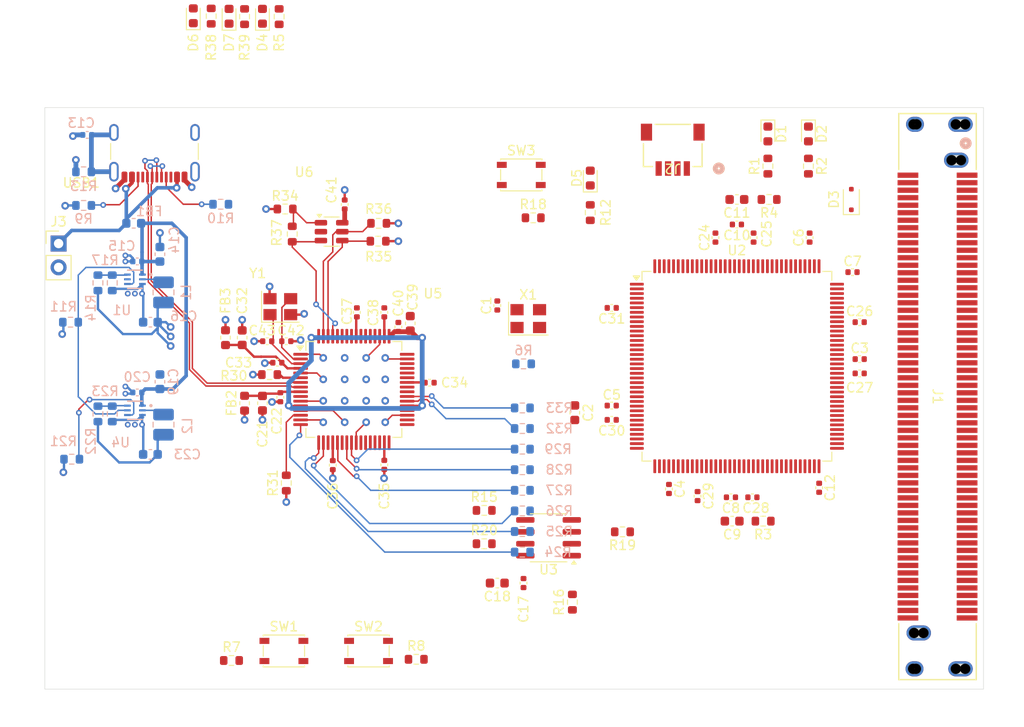
<source format=kicad_pcb>
(kicad_pcb (version 20240108) (generator "pcbnew") (generator_version "8.0")
  (layers (0 "F.Cu" signal) (1 "In1.Cu" power) (2 "In2.Cu" power) (31 "B.Cu" signal) (34 "B.Paste" user) (35 "F.Paste" user) (36 "B.SilkS" user "B.Silkscreen") (37 "F.SilkS" user "F.Silkscreen") (38 "B.Mask" user) (39 "F.Mask" user) (44 "Edge.Cuts" user))
  (net 0 "")
  (net 1 "/USB_DP")
  (net 2 "/USB_DN")
  (net 3 "+1V2")
  (net 4 "/IOT_216")
  (net 5 "+3V3")
  (net 6 "/IOT_215")
  (net 7 "/IOT_213")
  (net 8 "/IOT_181")
  (net 9 "/GNDPLL0")
  (net 10 "/ICE_CRESET")
  (net 11 "/IOT_217")
  (net 12 "/IOT_220")
  (net 13 "/IOT_219")
  (net 14 "GND")
  (net 15 "/IOT_171")
  (net 16 "/SPI_MOSI")
  (net 17 "/ICE_CDONE")
  (net 18 "/IOT_174")
  (net 19 "/IOT_190")
  (net 20 "/SPI_CLK")
  (net 21 "/GNDPLL1")
  (net 22 "/IOT_214")
  (net 23 "/IOT_198")
  (net 24 "/IOT_191")
  (net 25 "/FLASH_CS#")
  (net 26 "/IOT_179")
  (net 27 "/IOT_169")
  (net 28 "/IOT_192")
  (net 29 "/IOT_173")
  (net 30 "/IOT_221")
  (net 31 "/IOT_197")
  (net 32 "/IOT_172")
  (net 33 "/IOT_212")
  (net 34 "/IOT_178")
  (net 35 "/IOT_206")
  (net 36 "/SPI_MISO")
  (net 37 "/IOT_170")
  (net 38 "/IOT_168")
  (net 39 "/IOT_222")
  (net 40 "/IOT_177")
  (net 41 "/FT_VCORE")
  (net 42 "VBUS_5V")
  (net 43 "Net-(USB1-SHIELD)")
  (net 44 "Net-(USB1-CC2)")
  (net 45 "Net-(USB1-CC1)")
  (net 48 "Net-(D2-A)")
  (net 49 "Net-(U6-DO)")
  (net 50 "Net-(U5-VPLL)")
  (net 51 "Net-(U5-VPHY)")
  (net 52 "Net-(U5-OSCI)")
  (net 53 "Net-(U5-OSCO)")
  (net 54 "Net-(U1-SW)")
  (net 55 "Net-(U4-SW)")
  (net 56 "Net-(U1-PG)")
  (net 57 "Net-(U1-FB)")
  (net 58 "Net-(U4-PG)")
  (net 59 "Net-(U4-FB)")
  (net 60 "Net-(U5-ADBUS0)")
  (net 61 "Net-(U5-ADBUS1)")
  (net 62 "Net-(U5-ADBUS2)")
  (net 63 "Net-(U5-ADBUS4)")
  (net 64 "Net-(U5-ADBUS6)")
  (net 65 "Net-(U5-ADBUS7)")
  (net 66 "Net-(U5-REF)")
  (net 67 "Net-(U5-~{RESET})")
  (net 68 "Net-(U5-BDBUS0)")
  (net 69 "Net-(U5-BDBUS1)")
  (net 70 "Net-(U5-EECLK)")
  (net 71 "Net-(U5-EECS)")
  (net 72 "Net-(U5-EEDATA)")
  (net 100 "/IOR_139")
  (net 101 "/IOR_110")
  (net 102 "/IOR_116")
  (net 103 "/IOR_109")
  (net 104 "/IOR_118")
  (net 105 "/IOR_128")
  (net 106 "/IOR_120")
  (net 107 "/IOR_114")
  (net 108 "/IOR_117")
  (net 109 "/IOR_119")
  (net 110 "/IOR_112")
  (net 111 "/IOR_111")
  (net 112 "/IOR_136")
  (net 113 "/IOR_115")
  (net 114 "/IOR_137")
  (net 115 "/IOR_138")
  (net 116 "/IOL_13B")
  (net 117 "/IOB_61")
  (net 118 "/IOL_17A")
  (net 119 "/IOL_3B")
  (net 120 "/IOB_56")
  (net 121 "/IOL_23B")
  (net 122 "/IOL_25B")
  (net 123 "/IOB_82")
  (net 124 "/IOL_2A")
  (net 125 "/IOL_17B")
  (net 126 "/IOB_95")
  (net 127 "/IOB_81")
  (net 128 "/IOB_71")
  (net 129 "/IOR_144")
  (net 130 "/IOL_3A")
  (net 131 "/IOL_10A")
  (net 132 "/IOR_164")
  (net 133 "/IOL_25A")
  (net 134 "/IOR_167")
  (net 135 "/IOL_4B")
  (net 136 "/IOL_8B")
  (net 137 "/IOB_73")
  (net 138 "/IOR_141")
  (net 139 "/IOB_94")
  (net 140 "/IOB_72")
  (net 141 "/IOL_10B")
  (net 142 "/IOL_18B")
  (net 143 "/IOB_63")
  (net 144 "/IOB_91")
  (net 145 "/IOB_96")
  (net 146 "/IOL_4A")
  (net 147 "/IOR_147")
  (net 148 "/IOL_12A")
  (net 149 "/IOR_165")
  (net 150 "/IOL_24A")
  (net 151 "/IOL_2B")
  (net 152 "/IOB_80")
  (net 153 "/IOB_57")
  (net 154 "/IOR_146")
  (net 155 "/IOB_79")
  (net 156 "/IOL_12B")
  (net 157 "/IOL_14B")
  (net 158 "/IOL_8A")
  (net 159 "/IOB_104")
  (net 160 "/IOR_148")
  (net 161 "/IOR_152")
  (net 162 "/IOB_103")
  (net 163 "/IOR_140")
  (net 164 "/IOB_102")
  (net 165 "/IOL_5A")
  (net 166 "/IOR_166")
  (net 167 "/IOL_5B")
  (net 168 "/IOL_24B")
  (net 169 "/IOB_64")
  (net 170 "/IOR_160")
  (net 171 "/IOL_14A")
  (net 172 "/IOL_13A")
  (net 173 "/IOR_161")
  (net 174 "/IOL_23A")
  (net 175 "/IOL_18A")
  (net 176 "Net-(D3-K)")
  (net 177 "Net-(U2E-VCCPLL0)")
  (net 178 "Net-(U2E-VCCPLL1)")
  (net 179 "Net-(D1-A)")
  (net 180 "Net-(D4-A)")
  (net 181 "Net-(U3-~{WP})")
  (net 182 "Net-(U3-~{HOLD})")
  (net 191 "Net-(D6-A)")
  (net 192 "Net-(D7-A)")
  (net 193 "Net-(X1-OE)")
  (net 194 "/U5V")
  (footprint "Package_SO:SOIC-8_3.9x4.9mm_P1.27mm" (layer "F.Cu") (at 96.012 76.581 180)
    (property "Reference" "U3")
    (property "Value" "W25X40CLSN")
  )
  (footprint "Capacitor_SMD:C_0402_1005Metric" (layer "F.Cu") (at 68.072 55.626)
    (property "Reference" "C42")
    (property "Value" "27pf")
  )
  (footprint "Capacitor_SMD:C_0603_1608Metric" (layer "F.Cu") (at 63.373 55.245 90)
    (property "Reference" "C32")
    (property "Value" "22uf")
  )
  (footprint "Resistor_SMD:R_0603_1608Metric" (layer "F.Cu") (at 103.886 75.946 180)
    (property "Reference" "R19")
    (property "Value" "10k")
  )
  (footprint "Resistor_SMD:R_0603_1608Metric" (layer "F.Cu") (at 66.294 59.182)
    (property "Reference" "R30")
    (property "Value" "12k")
  )
  (footprint "Resistor_SMD:R_0603_1608Metric" (layer "F.Cu") (at 60.071 20.967 90)
    (property "Reference" "R38")
    (property "Value" "2.2k")
  )
  (footprint "Diode_SMD:D_0603_1608Metric" (layer "F.Cu") (at 100.457 38.227 90)
    (property "Reference" "D5")
    (property "Value" "Green")
  )
  (footprint "Capacitor_SMD:C_0402_1005Metric" (layer "F.Cu") (at 102.743 64.008 180)
    (property "Reference" "C30")
    (property "Value" "0.1uf")
  )
  (footprint "Button_Switch_SMD:SW_SPST_PTS810" (layer "F.Cu") (at 67.818 88.646)
    (property "Reference" "SW1")
    (property "Value" "USR1")
  )
  (footprint "Button_Switch_SMD:SW_SPST_PTS810" (layer "F.Cu") (at 76.835 88.646)
    (property "Reference" "SW2")
    (property "Value" "USR1")
  )
  (footprint "Capacitor_SMD:C_0402_1005Metric" (layer "F.Cu") (at 78.513 52.55 90)
    (property "Reference" "C38")
    (property "Value" "0.1uf")
  )
  (footprint "Resistor_SMD:R_0603_1608Metric" (layer "F.Cu") (at 89.154 77.216)
    (property "Reference" "R20")
    (property "Value" "10k")
  )
  (footprint "Resistor_SMD:R_0603_1608Metric" (layer "F.Cu") (at 67.945 41.529)
    (property "Reference" "R34")
    (property "Value" "10k")
  )
  (footprint "Resistor_SMD:R_0603_1608Metric" (layer "F.Cu") (at 68.707 44.196 -90)
    (property "Reference" "R37")
    (property "Value" "2.2k")
  )
  (footprint "Capacitor_SMD:C_0402_1005Metric" (layer "F.Cu") (at 102.743 62.484 180)
    (property "Reference" "C5")
    (property "Value" "0.1uf")
  )
  (footprint "Capacitor_SMD:C_0402_1005Metric" (layer "F.Cu") (at 129.159 59.055)
    (property "Reference" "C27")
    (property "Value" "0.1uf")
  )
  (footprint "Inductor_SMD:L_0603_1608Metric" (layer "F.Cu") (at 63.627 62.23 90)
    (property "Reference" "FB2")
    (property "Value" "600ohm/500ma")
  )
  (footprint "Diode_SMD:D_SOD-323F" (layer "F.Cu") (at 128.27 40.513 90)
    (property "Reference" "D3")
    (property "Value" "1N4448WSF-7")
  )
  (footprint "Resistor_SMD:R_0603_1608Metric" (layer "F.Cu") (at 89.154 73.66)
    (property "Reference" "R15")
    (property "Value" "10k")
  )
  (footprint "Capacitor_SMD:C_0603_1608Metric" (layer "F.Cu") (at 116.078 40.513 180)
    (property "Reference" "C11")
    (property "Value" "22uf")
  )
  (footprint "Diode_SMD:D_0603_1608Metric" (layer "F.Cu") (at 119.38 33.528 -90)
    (property "Reference" "D1")
    (property "Value" "Blue")
  )
  (footprint "Capacitor_SMD:C_0402_1005Metric" (layer "F.Cu") (at 111.887 72.136 -90)
    (property "Reference" "C29")
    (property "Value" "0.1uf")
  )
  (footprint "Capacitor_SMD:C_0603_1608Metric" (layer "F.Cu") (at 98.806 63.246 -90)
    (property "Reference" "C2")
    (property "Value" "22uf")
  )
  (footprint "Capacitor_SMD:C_0402_1005Metric" (layer "F.Cu") (at 83.339 60.043)
    (property "Reference" "C34")
    (property "Value" "0.1uf")
  )
  (footprint "Capacitor_SMD:C_0402_1005Metric" (layer "F.Cu") (at 124.841 71.247 -90)
    (property "Reference" "C12")
    (property "Value" "0.1uf")
  )
  (footprint "Resistor_SMD:R_0603_1608Metric" (layer "F.Cu") (at 68.072 70.739 90)
    (property "Reference" "R31")
    (property "Value" "2.2k")
  )
  (footprint "Capacitor_SMD:C_0603_1608Metric" (layer "F.Cu") (at 90.551 81.407 180)
    (property "Reference" "C18")
    (property "Value" "22uf")
  )
  (footprint "Capacitor_SMD:C_0402_1005Metric" (layer "F.Cu") (at 102.743 52.07 180)
    (property "Reference" "C31")
    (property "Value" "0.1uf")
  )
  (footprint "Resistor_SMD:R_0603_1608Metric" (layer "F.Cu") (at 77.915 43.053 180)
    (property "Reference" "R36")
    (property "Value" "10k")
  )
  (footprint "Resistor_SMD:R_0603_1608Metric" (layer "F.Cu") (at 94.3742 42.4688)
    (property "Reference" "R18")
    (property "Value" "10k")
  )
  (footprint "Resistor_SMD:R_0603_1608Metric" (layer "F.Cu") (at 119.507 40.513 180)
    (property "Reference" "R4")
    (property "Value" "100")
  )
  (footprint "Capacitor_SMD:C_0402_1005Metric" (layer "F.Cu") (at 67.116 57.912 180)
    (property "Reference" "C33")
    (property "Value" "0.1uf")
  )
  (footprint "Resistor_SMD:R_0603_1608Metric" (layer "F.Cu") (at 118.872 74.803 180)
    (property "Reference" "R3")
    (property "Value" "100")
  )
  (footprint "Capacitor_SMD:C_0402_1005Metric" (layer "F.Cu") (at 116.078 43.18 180)
    (property "Reference" "C10")
    (property "Value" "0.1uf")
  )
  (footprint "Capacitor_SMD:C_0603_1608Metric" (layer "F.Cu") (at 81.28 53.721 90)
    (property "Reference" "C39")
    (property "Value" "22uf")
  )
  (footprint "Capacitor_SMD:C_0402_1005Metric" (layer "F.Cu") (at 115.443 72.263 180)
    (property "Reference" "C8")
    (property "Value" "0.1uf")
  )
  (footprint "Capacitor_SMD:C_0402_1005Metric" (layer "F.Cu") (at 80.01 54.102 90)
    (property "Reference" "C40")
    (property "Value" "0.1uf")
  )
  (footprint "Diode_SMD:D_0603_1608Metric" (layer "F.Cu") (at 123.698 33.528 -90)
    (property "Reference" "D2")
    (property "Value" "Blue")
  )
  (footprint "Resistor_SMD:R_0603_1608Metric" (layer "F.Cu") (at 62.23 89.662)
    (property "Reference" "R7")
    (property "Value" "10k")
  )
  (footprint "Capacitor_SMD:C_0402_1005Metric" (layer "F.Cu") (at 128.397 48.26)
    (property "Reference" "C7")
    (property "Value" "0.1uf")
  )
  (footprint "Package_QFP:LQFP-64_10x10mm_P0.5mm" (layer "F.Cu") (at 75.271 60.765)
    (property "Reference" "U5")
    (property "Value" "FT2232HL")
  )
  (footprint "Capacitor_SMD:C_0402_1005Metric" (layer "F.Cu") (at 73.025 68.834 -90)
    (property "Reference" "C36")
    (property "Value" "0.1uf")
  )
  (footprint "Resistor_SMD:R_0603_1608Metric" (layer "F.Cu") (at 119.38 36.957 90)
    (property "Reference" "R1")
    (property "Value" "2.2k")
  )
  (footprint "Resistor_SMD:R_0603_1608Metric" (layer "F.Cu") (at 123.698 36.957 -90)
    (property "Reference" "R2")
    (property "Value" "2.2k")
  )
  (footprint "Oscillator:Oscillator_SMD_SeikoEpson_SG8002CE-4Pin_3.2x2.5mm" (layer "F.Cu") (at 93.853 53.213)
    (property "Reference" "X1")
    (property "Value" "SG-8101CE 100Mhz")
  )
  (footprint "Inductor_SMD:L_0603_1608Metric" (layer "F.Cu") (at 61.595 55.245 -90)
    (property "Reference" "FB3")
    (property "Value" "600ohm/500ma")
  )
  (footprint "Package_TO_SOT_SMD:SOT-23-6" (layer "F.Cu") (at 72.898 43.942)
    (property "Reference" "U6")
    (property "Value" "93LCxxBxxOT")
  )
  (footprint "Resistor_SMD:R_0603_1608Metric" (layer "F.Cu") (at 63.627 21.018 90)
    (property "Reference" "R39")
    (property "Value" "2.2k")
  )
  (footprint "Resistor_SMD:R_0603_1608Metric" (layer "F.Cu") (at 67.31 21.018 90)
    (property "Reference" "R5")
    (property "Value" "2.2k")
  )
  (footprint "Button_Switch_SMD:SW_SPST_PTS810" (layer "F.Cu") (at 93.1042 37.8968)
    (property "Reference" "SW3")
    (property "Value" "RESET")
  )
  (footprint "Resistor_SMD:R_0603_1608Metric" (layer "F.Cu") (at 98.552 83.439 90)
    (property "Reference" "R16")
    (property "Value" "10k")
  )
  (footprint "Capacitor_SMD:C_0603_1608Metric" (layer "F.Cu") (at 65.532 62.23 -90)
    (property "Reference" "C21")
    (property "Value" "22uf")
  )
  (footprint "Package_QFP:TQFP-144_20x20mm_P0.5mm" (layer "F.Cu") (at 116.078 58.293)
    (property "Reference" "U2")
    (property "Value" "ICE40HX4K-TQ144")
  )
  (footprint "Capacitor_SMD:C_0402_1005Metric" (layer "F.Cu") (at 75.592 52.55 90)
    (property "Reference" "C37")
    (property "Value" "0.1uf")
  )
  (footprint "Capacitor_SMD:C_0402_1005Metric" (layer "F.Cu") (at 74.295 41.049 90)
    (property "Reference" "C41")
    (property "Value" "0.1uf")
  )
  (footprint "Capacitor_SMD:C_0402_1005Metric" (layer "F.Cu") (at 129.159 53.594)
    (property "Reference" "C26")
    (property "Value" "0.1uf")
  )
  (footprint "Resistor_SMD:R_0603_1608Metric" (layer "F.Cu") (at 100.457 41.91 90)
    (property "Reference" "R12")
    (property "Value" "2.2k")
  )
  (footprint "Capacitor_SMD:C_0402_1005Metric" (layer "F.Cu") (at 78.513 68.806 -90)
    (property "Reference" "C35")
    (property "Value" "0.1uf")
  )
  (footprint "SM04B-SRSS-TB-LF-SN:CONN_SM04B_JST" (layer "F.Cu") (at 110.744 37.211 180)
    (property "Reference" "J2")
    (property "Value" "SM04B-SRSS-TBLFSN")
  )
  (footprint "Connector_PinHeader_2.54mm:PinHeader_1x02_P2.54mm_Vertical" (layer "F.Cu") (at 43.815 45.212)
    (property "Reference" "J3")
    (property "Value" "Conn_01x02_Pin")
  )
  (footprint "Capacitor_SMD:C_0402_1005Metric" (layer "F.Cu") (at 90.551 51.816 90)
    (property "Reference" "C1")
    (property "Value" "0.1uf")
  )
  (footprint "Resistor_SMD:R_0603_1608Metric" (layer "F.Cu") (at 77.851 44.958 180)
    (property "Reference" "R35")
    (property "Value" "10k")
  )
  (footprint "Connector_USB:USB_C_Receptacle_GCT_USB4105-xx-A_16P_TopMnt_Horizontal" (layer "F.Cu") (at 54.029 34.446 180)
    (property "Reference" "USB1")
    (property "Value" "USB_C_Receptacle_USB2.0_16P")
  )
  (footprint "Diode_SMD:D_0603_1608Metric" (layer "F.Cu") (at 65.532 20.9805 90)
    (property "Reference" "D4")
    (property "Value" "Red")
  )
  (footprint "Crystal:Crystal_SMD_3225-4Pin_3.2x2.5mm" (layer "F.Cu") (at 67.437 51.943)
    (property "Reference" "Y1")
    (property "Value" "12Mhz/18pf")
  )
  (footprint "Capacitor_SMD:C_0402_1005Metric" (layer "F.Cu") (at 117.856 44.577 90)
    (property "Reference" "C25")
    (property "Value" "0.1uf")
  )
  (footprint "Capacitor_SMD:C_0402_1005Metric" (layer "F.Cu") (at 123.825 44.577 90)
    (property "Reference" "C6")
    (property "Value" "0.1uf")
  )
  (footprint "Capacitor_SMD:C_0402_1005Metric" (layer "F.Cu") (at 66.04 55.626 180)
    (property "Reference" "C43")
    (property "Value" "27pf")
  )
  (footprint "Capacitor_SMD:C_0402_1005Metric" (layer "F.Cu") (at 117.729 72.263)
    (property "Reference" "C28")
    (property "Value" "0.1uf")
  )
  (footprint "Capacitor_SMD:C_0402_1005Metric" (layer "F.Cu") (at 67.437 61.595 -90)
    (property "Reference" "C22")
    (property "Value" "0.1uf")
  )
  (footprint "Capacitor_SMD:C_0402_1005Metric" (layer "F.Cu") (at 93.345 81.407 -90)
    (property "Reference" "C17")
    (property "Value" "0.1uf")
  )
  (footprint "Capacitor_SMD:C_0402_1005Metric" (layer "F.Cu") (at 113.792 44.577 90)
    (property "Reference" "C24")
    (property "Value" "0.1uf")
  )
  (footprint "Capacitor_SMD:C_0603_1608Metric" (layer "F.Cu") (at 115.57 74.803 180)
    (property "Reference" "C9")
    (property "Value" "22uf")
  )
  (footprint "Diode_SMD:D_0603_1608Metric" (layer "F.Cu") (at 61.976 20.9805 90)
    (property "Reference" "D7")
    (property "Value" "Red")
  )
  (footprint "Diode_SMD:D_0603_1608Metric" (layer "F.Cu") (at 58.166 20.9295 90)
    (property "Reference" "D6")
    (property "Value" "Red")
  )
  (footprint "FX18-120S-0-8SV20:CONN_120S-0.8SV20" (layer "F.Cu") (at 137.45 61.524999 -90)
    (property "Reference" "J1")
    (property "Value" "FX18-120S-0.8SV20")
    (fp_line (start 29.024999 2.6) (end 29.024999 2.3) (stroke (width 1.1)) (layer "Edge.Cuts"))
    (fp_line (start -29.025001 2.55) (end -29.025001 2.25) (stroke (width 1.1)) (layer "Edge.Cuts"))
    (fp_line (start 25.200001 2.500001) (end 25.200001 1.500001) (stroke (width 1.1)) (layer "Edge.Cuts"))
    (fp_line (start -25.2 -1.500001) (end -25.2 -2.500001) (stroke (width 1.1)) (layer "Edge.Cuts"))
    (fp_line (start -29.025001 -1.95) (end -29.025001 -2.95) (stroke (width 1.1)) (layer "Edge.Cuts"))
    (fp_line (start 29.024999 -1.95) (end 29.024999 -2.95) (stroke (width 1.1)) (layer "Edge.Cuts"))
  )
  (footprint "Capacitor_SMD:C_0402_1005Metric" (layer "F.Cu") (at 108.839 71.374 -90)
    (property "Reference" "C4")
    (property "Value" "0.1uf")
  )
  (footprint "Resistor_SMD:R_0603_1608Metric" (layer "F.Cu") (at 81.915 89.535)
    (property "Reference" "R8")
    (property "Value" "10k")
  )
  (footprint "Capacitor_SMD:C_0402_1005Metric" (layer "F.Cu") (at 129.159 57.531)
    (property "Reference" "C3")
    (property "Value" "0.1uf")
  )
  (footprint "Resistor_SMD:R_0603_1608Metric" (layer "B.Cu") (at 93.345 58.039 180)
    (property "Reference" "R6")
    (property "Value" "0")
  )
  (footprint "Capacitor_SMD:C_0402_1005Metric" (layer "B.Cu") (at 46.863 33.6285)
    (property "Reference" "C13")
    (property "Value" "0.1uf")
  )
  (footprint "Resistor_SMD:R_0603_1608Metric" (layer "B.Cu") (at 93.218 75.90971)
    (property "Reference" "R25")
    (property "Value" "0")
  )
  (footprint "Resistor_SMD:R_0603_1608Metric" (layer "B.Cu") (at 49.53 63.373 90)
    (property "Reference" "R23")
    (property "Value" "10k")
  )
  (footprint "Capacitor_SMD:C_0402_1005Metric" (layer "B.Cu") (at 52.197 47.117 180)
    (property "Reference" "C15")
    (property "Value" "0.1uf")
  )
  (footprint "Resistor_SMD:R_0603_1608Metric" (layer "B.Cu") (at 49.53 49.403 90)
    (property "Reference" "R17")
    (property "Value" "10k")
  )
  (footprint "Resistor_SMD:R_0603_1608Metric" (layer "B.Cu") (at 93.218 71.51914)
    (property "Reference" "R27")
    (property "Value" "0")
  )
  (footprint "Capacitor_SMD:C_0603_1608Metric" (layer "B.Cu") (at 53.594 67.691 180)
    (property "Reference" "C23")
    (property "Value" "22uf")
  )
  (footprint "Capacitor_SMD:C_0603_1608Metric" (layer "B.Cu") (at 54.61 59.944 90)
    (property "Reference" "C19")
    (property "Value" "22uf")
  )
  (footprint "Resistor_SMD:R_0603_1608Metric" (layer "B.Cu") (at 93.218 73.714425)
    (property "Reference" "R26")
    (property "Value" "0")
  )
  (footprint "PS563252DRLR:SOT6_DRL_TEX" (layer "B.Cu") (at 51.943 49.022 180)
    (property "Reference" "U1")
    (property "Value" "TPS563252DRLR")
  )
  (footprint "Resistor_SMD:R_0603_1608Metric" (layer "B.Cu") (at 46.482 37.5655 180)
    (property "Reference" "R13")
    (property "Value" "10M")
  )
  (footprint "PS563252DRLR:SOT6_DRL_TEX" (layer "B.Cu") (at 51.943 62.992 180)
    (property "Reference" "U4")
    (property "Value" "TPS563252DRLR")
  )
  (footprint "Inductor_SMD:L_1008_2520Metric" (layer "B.Cu") (at 54.991 64.516 -90)
    (property "Reference" "L2")
    (property "Value" "2.2uH")
  )
  (footprint "Resistor_SMD:R_0603_1608Metric" (layer "B.Cu") (at 45.085 53.594)
    (property "Reference" "R11")
    (property "Value" "10k")
  )
  (footprint "Resistor_SMD:R_0603_1608Metric" (layer "B.Cu") (at 45.212 68.199)
    (property "Reference" "R21")
    (property "Value" "10k")
  )
  (footprint "Resistor_SMD:R_0603_1608Metric" (layer "B.Cu") (at 48.006 63.373 -90)
    (property "Reference" "R22")
    (property "Value" "10k")
  )
  (footprint "Resistor_SMD:R_0603_1608Metric" (layer "B.Cu") (at 93.218 69.323855)
    (property "Reference" "R28")
    (property "Value" "0")
  )
  (footprint "Resistor_SMD:R_0603_1608Metric" (layer "B.Cu") (at 46.482 41.148)
    (property "Reference" "R9")
    (property "Value" "5.1k")
  )
  (footprint "Capacitor_SMD:C_0603_1608Metric" (layer "B.Cu") (at 53.594 53.594 180)
    (property "Reference" "C16")
    (property "Value" "22uf")
  )
  (footprint "Resistor_SMD:R_0603_1608Metric" (layer "B.Cu") (at 93.218 78.105)
    (property "Reference" "R24")
    (property "Value" "0")
  )
  (footprint "Inductor_SMD:L_1008_2520Metric" (layer "B.Cu") (at 54.991 50.419 -90)
    (property "Reference" "L1")
    (property "Value" "2.2uH")
  )
  (footprint "Resistor_SMD:R_0603_1608Metric" (layer "B.Cu") (at 93.218 67.12857)
    (property "Reference" "R29")
    (property "Value" "0")
  )
  (footprint "Resistor_SMD:R_0603_1608Metric" (layer "B.Cu") (at 93.218 64.933285)
    (property "Reference" "R32")
    (property "Value" "0")
  )
  (footprint "Resistor_SMD:R_0603_1608Metric" (layer "B.Cu") (at 48.006 49.403 -90)
    (property "Reference" "R14")
    (property "Value" "45.3k")
  )
  (footprint "Inductor_SMD:L_0603_1608Metric" (layer "B.Cu") (at 51.816 43.053)
    (property "Reference" "FB1")
    (property "Value" "600ohm/500ma")
  )
  (footprint "Resistor_SMD:R_0603_1608Metric" (layer "B.Cu") (at 93.218 62.738)
    (property "Reference" "R33")
    (property "Value" "0")
  )
  (footprint "Resistor_SMD:R_0603_1608Metric" (layer "B.Cu") (at 61.087 41.021 180)
    (property "Reference" "R10")
    (property "Value" "5.1k")
  )
  (footprint "Capacitor_SMD:C_0603_1608Metric" (layer "B.Cu") (at 54.61 46.355 90)
    (property "Reference" "C14")
    (property "Value" "22uf")
  )
  (footprint "Capacitor_SMD:C_0402_1005Metric" (layer "B.Cu") (at 52.197 61.087 180)
    (property "Reference" "C20")
    (property "Value" "0.1uf")
  )
  (gr_rect (start 42.35 30.715101) (end 142.35 92.715101) (stroke (width 0.05)) (fill none) (layer "Edge.Cuts"))
  (segment (start 53.374893 49.310893) (end 57.757893 53.693893) (width 0.155814) (layer "F.Cu") (net 1))
  (segment (start 53.279 37.462679) (end 53.279 38.126) (width 0.155814) (layer "F.Cu") (net 1))
  (segment (start 57.757893 58.646893) (end 59.513907 60.402907) (width 0.155814) (layer "F.Cu") (net 1))
  (segment (start 53.279 38.126) (end 53.279 38.801) (width 0.155814) (layer "F.Cu") (net 1))
  (segment (start 54.279 36.372) (end 54.229 36.322) (width 0.155814) (layer "F.Cu") (net 1))
  (segment (start 54.279 38.126) (end 54.279 36.372) (width 0.155814) (layer "F.Cu") (net 1))
  (segment (start 59.513907 60.402907) (end 68.58 60.402907) (width 0.155814) (layer "F.Cu") (net 1))
  (segment (start 53.023222 36.386222) (end 53.023222 36.707099) (width 0.155814) (layer "F.Cu") (net 1))
  (segment (start 53.013693 37.197372) (end 53.279 37.462679) (width 0.155814) (layer "F.Cu") (net 1))
  (segment (start 68.692093 60.515) (end 69.596 60.515) (width 0.155814) (layer "F.Cu") (net 1))
  (segment (start 53.279 38.801) (end 53.374893 38.896893) (width 0.155814) (layer "F.Cu") (net 1))
  (segment (start 68.58 60.402907) (end 68.692093 60.515) (width 0.155814) (layer "F.Cu") (net 1))
  (segment (start 53.023222 36.707099) (end 53.013693 36.716628) (width 0.155814) (layer "F.Cu") (net 1))
  (segment (start 53.374893 38.896893) (end 53.374893 49.310893) (width 0.155814) (layer "F.Cu") (net 1))
  (segment (start 53.279 38.2422) (end 53.2892 38.2524) (width 0.155814) (layer "F.Cu") (net 1))
  (segment (start 57.757893 53.693893) (end 57.757893 58.646893) (width 0.155814) (layer "F.Cu") (net 1))
  (segment (start 53.013693 36.716628) (end 53.013693 37.197372) (width 0.155814) (layer "F.Cu") (net 1))
  (segment (start 53.279 38.126) (end 53.279 38.2422) (width 0.155814) (layer "F.Cu") (net 1))
  (via (at 53.023222 36.386222) (size 0.6096) (drill 0.3048) (layers "F.Cu" "B.Cu") (net 1))
  (via (at 54.229 36.322) (size 0.6096) (drill 0.3048) (layers "F.Cu" "B.Cu") (net 1))
  (segment (start 53.023222 36.386222) (end 53.087444 36.322) (width 0.155814) (layer "B.Cu") (net 1))
  (segment (start 53.087444 36.322) (end 54.229 36.322) (width 0.155814) (layer "B.Cu") (net 1))
  (segment (start 53.779 38.126) (end 53.779 38.804) (width 0.155814) (layer "F.Cu") (net 2))
  (segment (start 54.864 36.957) (end 54.779 37.042) (width 0.155814) (layer "F.Cu") (net 2))
  (segment (start 53.594 36.957) (end 53.779 37.142) (width 0.155814) (layer "F.Cu") (net 2))
  (segment (start 68.659693 60.015) (end 69.596 60.015) (width 0.155814) (layer "F.Cu") (net 2))
  (segment (start 58.066107 53.566227) (end 58.066107 58.519227) (width 0.155814) (layer "F.Cu") (net 2))
  (segment (start 53.779 37.142) (end 53.779 38.126) (width 0.155814) (layer "F.Cu") (net 2))
  (segment (start 68.58 60.094693) (end 68.659693 60.015) (width 0.155814) (layer "F.Cu") (net 2))
  (segment (start 54.779 37.042) (end 54.779 38.126) (width 0.155814) (layer "F.Cu") (net 2))
  (segment (start 59.641573 60.094693) (end 68.58 60.094693) (width 0.155814) (layer "F.Cu") (net 2))
  (segment (start 53.779 38.804) (end 53.683107 38.899893) (width 0.155814) (layer "F.Cu") (net 2))
  (segment (start 53.683107 38.899893) (end 53.683107 49.183227) (width 0.155814) (layer "F.Cu") (net 2))
  (segment (start 58.066107 58.519227) (end 59.641573 60.094693) (width 0.155814) (layer "F.Cu") (net 2))
  (segment (start 53.683107 49.183227) (end 58.066107 53.566227) (width 0.155814) (layer "F.Cu") (net 2))
  (via (at 54.864 36.957) (size 0.6096) (drill 0.3048) (layers "F.Cu" "B.Cu") (net 2))
  (via (at 53.594 36.957) (size 0.6096) (drill 0.3048) (layers "F.Cu" "B.Cu") (net 2))
  (segment (start 53.594 36.957) (end 54.864 36.957) (width 0.155814) (layer "B.Cu") (net 2))
  (via (at 44.323 69.596) (size 0.8128) (drill 0.4064) (layers "F.Cu" "B.Cu") (net 3))
  (segment (start 54.369 67.691) (end 54.369 66.213) (width 0.254) (layer "B.Cu") (net 3))
  (segment (start 50.259 68.547) (end 48.006 66.294) (width 0.254) (layer "B.Cu") (net 3))
  (segment (start 54.369 67.691) (end 53.513 68.547) (width 0.254) (layer "B.Cu") (net 3))
  (segment (start 48.006 66.294) (end 48.006 64.198) (width 0.254) (layer "B.Cu") (net 3))
  (segment (start 53.513 68.547) (end 50.259 68.547) (width 0.254) (layer "B.Cu") (net 3))
  (segment (start 54.369 66.213) (end 54.991 65.591) (width 0.254) (layer "B.Cu") (net 3))
  (segment (start 44.387 69.533) (end 44.45 69.596) (width 0.254) (layer "B.Cu") (net 3))
  (segment (start 44.387 68.199) (end 44.387 69.533) (width 0.254) (layer "B.Cu") (net 3))
  (segment (start 61.595 53.34) (end 61.595 54.4575) (width 0.254) (layer "F.Cu") (net 5))
  (segment (start 78.521 53.038) (end 78.513 53.03) (width 0.156464) (layer "F.Cu") (net 5))
  (segment (start 73.025 66.444) (end 73.021 66.44) (width 0.156464) (layer "F.Cu") (net 5))
  (segment (start 78.513 55.082) (end 78.521 55.09) (width 0.156464) (layer "F.Cu") (net 5))
  (segment (start 75.592 53.059) (end 75.565 53.086) (width 0.254) (layer "F.Cu") (net 5))
  (segment (start 73.025 68.354) (end 73.025 66.444) (width 0.254) (layer "F.Cu") (net 5))
  (segment (start 75.592 53.03) (end 75.592 53.059) (width 0.254) (layer "F.Cu") (net 5))
  (segment (start 65.913 41.529) (end 67.12 41.529) (width 0.254) (layer "F.Cu") (net 5))
  (segment (start 68.072 71.564) (end 68.072 73.025) (width 0.254) (layer "F.Cu") (net 5))
  (segment (start 78.513 68.326) (end 78.513 66.448) (width 0.254) (layer "F.Cu") (net 5))
  (segment (start 63.627 64.008) (end 63.627 63.0175) (width 0.254) (layer "F.Cu") (net 5))
  (segment (start 82.831 60.015) (end 80.946 60.015) (width 0.254) (layer "F.Cu") (net 5))
  (segment (start 82.859 60.043) (end 82.831 60.015) (width 0.156464) (layer "F.Cu") (net 5))
  (segment (start 78.513 53.03) (end 78.513 55.082) (width 0.254) (layer "F.Cu") (net 5))
  (segment (start 78.676 44.958) (end 80.01 44.958) (width 0.254) (layer "F.Cu") (net 5))
  (segment (start 78.513 66.448) (end 78.521 66.44) (width 0.156464) (layer "F.Cu") (net 5))
  (segment (start 74.295 41.529) (end 74.295 42.7325) (width 0.508) (layer "F.Cu") (net 5))
  (segment (start 75.521 53.101) (end 75.592 53.03) (width 0.156464) (layer "F.Cu") (net 5))
  (segment (start 78.74 43.053) (end 80.01 43.053) (width 0.254) (layer "F.Cu") (net 5))
  (segment (start 74.295 42.7325) (end 74.0355 42.992) (width 0.254) (layer "F.Cu") (net 5))
  (segment (start 75.521 55.09) (end 75.521 53.101) (width 0.254) (layer "F.Cu") (net 5))
  (via (at 55.753 55.118) (size 0.8128) (drill 0.4064) (layers "F.Cu" "B.Cu") (net 5))
  (via (at 65.913 41.529) (size 0.8128) (drill 0.4064) (layers "F.Cu" "B.Cu") (net 5))
  (via (at 61.595 53.34) (size 0.8128) (drill 0.4064) (layers "F.Cu" "B.Cu") (net 5))
  (via (at 55.753 54.102) (size 0.8128) (drill 0.4064) (layers "F.Cu" "B.Cu") (net 5))
  (via (at 68.072 72.771) (size 0.8128) (drill 0.4064) (layers "F.Cu" "B.Cu") (net 5))
  (via (at 44.196 54.864) (size 0.8128) (drill 0.4064) (layers "F.Cu" "B.Cu") (net 5))
  (via (at 80.01 44.958) (size 0.8128) (drill 0.4064) (layers "F.Cu" "B.Cu") (net 5))
  (via (at 80.01 43.053) (size 0.8128) (drill 0.4064) (layers "F.Cu" "B.Cu") (net 5))
  (via (at 63.627 64.008) (size 0.8128) (drill 0.4064) (layers "F.Cu" "B.Cu") (net 5))
  (via (at 55.753 56.134) (size 0.8128) (drill 0.4064) (layers "F.Cu" "B.Cu") (net 5))
  (segment (start 54.369 53.594) (end 54.369 54.216) (width 0.254) (layer "B.Cu") (net 5))
  (segment (start 54.369 54.75) (end 55.753 56.134) (width 0.254) (layer "B.Cu") (net 5))
  (segment (start 54.369 53.734) (end 55.753 55.118) (width 0.254) (layer "B.Cu") (net 5))
  (segment (start 55.245 53.594) (end 55.753 54.102) (width 0.254) (layer "B.Cu") (net 5))
  (segment (start 53.721 54.864) (end 50.673 54.864) (width 0.254) (layer "B.Cu") (net 5))
  (segment (start 54.369 52.116) (end 54.991 51.494) (width 0.254) (layer "B.Cu") (net 5))
  (segment (start 48.006 52.197) (end 48.006 50.228) (width 0.254) (layer "B.Cu") (net 5))
  (segment (start 44.323 54.737) (end 44.196 54.864) (width 0.254) (layer "B.Cu") (net 5))
  (segment (start 54.369 53.594) (end 54.369 54.75) (width 0.254) (layer "B.Cu") (net 5))
  (segment (start 50.673 54.864) (end 48.006 52.197) (width 0.254) (layer "B.Cu") (net 5))
  (segment (start 44.323 53.594) (end 44.323 54.737) (width 0.254) (layer "B.Cu") (net 5))
  (segment (start 54.369 53.594) (end 55.245 53.594) (width 0.254) (layer "B.Cu") (net 5))
  (segment (start 54.369 53.594) (end 54.369 53.734) (width 0.254) (layer "B.Cu") (net 5))
  (segment (start 54.369 53.594) (end 54.369 52.116) (width 0.254) (layer "B.Cu") (net 5))
  (segment (start 44.26 53.594) (end 44.323 53.594) (width 0.254) (layer "B.Cu") (net 5))
  (segment (start 54.369 54.216) (end 53.721 54.864) (width 0.254) (layer "B.Cu") (net 5))
  (segment (start 75.521 66.44) (end 75.521 65.322) (width 0.156464) (layer "F.Cu") (net 14))
  (segment (start 63.373 53.34) (end 63.373 54.47) (width 0.254) (layer "F.Cu") (net 14))
  (segment (start 49.8856 39.334358) (end 50.829 38.390958) (width 0.508) (layer "F.Cu") (net 14))
  (segment (start 78.724 57.515) (end 78.613 57.404) (width 0.156464) (layer "F.Cu") (net 14))
  (segment (start 69.596 64.015) (end 71.762 64.015) (width 0.156464) (layer "F.Cu") (net 14))
  (segment (start 69.469 55.626) (end 68.552 55.626) (width 0.254) (layer "F.Cu") (net 14))
  (segment (start 78.021 55.09) (end 78.021 55.964) (width 0.156464) (layer "F.Cu") (net 14))
  (segment (start 65.37 59.281) (end 65.469 59.182) (width 0.254) (layer "F.Cu") (net 14))
  (segment (start 64.643 55.626) (end 65.56 55.626) (width 0.254) (layer "F.Cu") (net 14))
  (segment (start 57.229 38.126) (end 57.229 38.440193) (width 0.254) (layer "F.Cu") (net 14))
  (segment (start 69.596 63.015) (end 73.048 63.015) (width 0.156464) (layer "F.Cu") (net 14))
  (segment (start 71.97 62.015) (end 72.009 61.976) (width 0.156464) (layer "F.Cu") (net 14))
  (segment (start 50.829 38.390958) (end 50.829 38.126) (width 0.254) (layer "F.Cu") (net 14))
  (segment (start 78.513 70.204) (end 78.486 70.231) (width 0.254) (layer "F.Cu") (net 14))
  (segment (start 69.596 55.499) (end 69.469 55.626) (width 0.254) (layer "F.Cu") (net 14))
  (segment (start 69.596 57.015) (end 71.62 57.015) (width 0.156464) (layer "F.Cu") (net 14))
  (segment (start 49.8856 39.3446) (end 49.8856 39.334358) (width 0.254) (layer "F.Cu") (net 14))
  (segment (start 73.025 69.314) (end 73.025 70.231) (width 0.254) (layer "F.Cu") (net 14))
  (segment (start 69.977 52.705) (end 69.889 52.793) (width 0.254) (layer "F.Cu") (net 14))
  (segment (start 78.021 55.964) (end 76.581 57.404) (width 0.156464) (layer "F.Cu") (net 14))
  (segment (start 79.36 63.515) (end 78.613 64.262) (width 0.156464) (layer "F.Cu") (net 14))
  (segment (start 57.229 38.440193) (end 57.994842 39.206035) (width 0.508) (layer "F.Cu") (net 14))
  (segment (start 74.295 40.569) (end 74.295 39.751) (width 0.254) (layer "F.Cu") (net 14))
  (segment (start 71.334 59.015) (end 72.009 59.69) (width 0.156464) (layer "F.Cu") (net 14))
  (segment (start 80.946 57.515) (end 78.724 57.515) (width 0.156464) (layer "F.Cu") (net 14))
  (segment (start 65.469 59.182) (end 64.516 59.182) (width 0.254) (layer "F.Cu") (net 14))
  (segment (start 80.946 63.515) (end 79.36 63.515) (width 0.156464) (layer "F.Cu") (net 14))
  (segment (start 71.62 57.015) (end 72.009 57.404) (width 0.156464) (layer "F.Cu") (net 14))
  (segment (start 66.548 62.103) (end 66.576 62.075) (width 0.254) (layer "F.Cu") (net 14))
  (segment (start 78.513 69.286) (end 78.513 70.204) (width 0.254) (layer "F.Cu") (net 14))
  (segment (start 75.521 65.322) (end 76.581 64.262) (width 0.156464) (layer "F.Cu") (net 14))
  (segment (start 65.532 64.008) (end 65.532 63.005) (width 0.254) (layer "F.Cu") (net 14))
  (segment (start 69.596 62.015) (end 71.97 62.015) (width 0.156464) (layer "F.Cu") (net 14))
  (segment (start 69.889 52.793) (end 68.537 52.793) (width 0.254) (layer "F.Cu") (net 14))
  (segment (start 65.659 57.912) (end 66.636 57.912) (width 0.254) (layer "F.Cu") (net 14))
  (segment (start 73.048 63.015) (end 74.295 64.262) (width 0.156464) (layer "F.Cu") (net 14))
  (segment (start 66.294 51.05) (end 66.337 51.093) (width 0.254) (layer "F.Cu") (net 14))
  (segment (start 66.294 49.911) (end 66.294 51.05) (width 0.254) (layer "F.Cu") (net 14))
  (segment (start 66.576 62.075) (end 67.437 62.075) (width 0.254) (layer "F.Cu") (net 14))
  (segment (start 71.762 64.015) (end 72.009 64.262) (width 0.156464) (layer "F.Cu") (net 14))
  (segment (start 69.596 59.015) (end 71.334 59.015) (width 0.156464) (layer "F.Cu") (net 14))
  (via (at 72.009 64.262) (size 0.8128) (drill 0.4064) (layers "F.Cu" "B.Cu") (net 14))
  (via (at 64.643 55.626) (size 0.8128) (drill 0.4064) (layers "F.Cu" "B.Cu") (net 14))
  (via (at 50.927 60.452) (size 0.6096) (drill 0.3048) (layers "F.Cu" "B.Cu") (net 14))
  (via (at 51.943 50.546) (size 0.6096) (drill 0.3048) (layers "F.Cu" "B.Cu") (net 14))
  (via (at 50.927 61.214) (size 0.6096) (drill 0.3048) (layers "F.Cu" "B.Cu") (net 14))
  (via (at 44.514 41.1845) (size 0.8128) (drill 0.4064) (layers "F.Cu" "B.Cu") (net 14))
  (via (at 76.581 64.262) (size 0.8128) (drill 0.4064) (layers "F.Cu" "B.Cu") (net 14))
  (via (at 51.943 64.516) (size 0.6096) (drill 0.3048) (layers "F.Cu" "B.Cu") (net 14))
  (via (at 76.581 61.976) (size 0.8128) (drill 0.4064) (layers "F.Cu" "B.Cu") (net 14))
  (via (at 73.025 70.231) (size 0.8128) (drill 0.4064) (layers "F.Cu" "B.Cu") (net 14))
  (via (at 72.009 61.976) (size 0.8128) (drill 0.4064) (layers "F.Cu" "B.Cu") (net 14))
  (via (at 76.581 59.69) (size 0.8128) (drill 0.4064) (layers "F.Cu" "B.Cu") (net 14))
  (via (at 74.295 61.976) (size 0.8128) (drill 0.4064) (layers "F.Cu" "B.Cu") (net 14))
  (via (at 69.596 55.499) (size 0.8128) (drill 0.4064) (layers "F.Cu" "B.Cu") (net 14))
  (via (at 74.295 57.404) (size 0.8128) (drill 0.4064) (layers "F.Cu" "B.Cu") (net 14))
  (via (at 74.295 39.497) (size 0.8128) (drill 0.4064) (layers "F.Cu" "B.Cu") (net 14))
  (via (at 45.339 33.7555) (size 0.8128) (drill 0.4064) (layers "F.Cu" "B.Cu") (net 14))
  (via (at 65.786 57.960768) (size 0.8128) (drill 0.4064) (layers "F.Cu" "B.Cu") (net 14))
  (via (at 78.613 59.69) (size 0.8128) (drill 0.4064) (layers "F.Cu" "B.Cu") (net 14))
  (via (at 72.009 59.69) (size 0.8128) (drill 0.4064) (layers "F.Cu" "B.Cu") (net 14))
  (via (at 66.548 62.103) (size 0.8128) (drill 0.4064) (layers "F.Cu" "B.Cu") (net 14))
  (via (at 51.181 64.516) (size 0.6096) (drill 0.3048) (layers "F.Cu" "B.Cu") (net 14))
  (via (at 78.613 64.262) (size 0.8128) (drill 0.4064) (layers "F.Cu" "B.Cu") (net 14))
  (via (at 74.295 59.69) (size 0.8128) (drill 0.4064) (layers "F.Cu" "B.Cu") (net 14))
  (via (at 72.009 57.404) (size 0.8128) (drill 0.4064) (layers "F.Cu" "B.Cu") (net 14))
  (via (at 78.613 61.976) (size 0.8128) (drill 0.4064) (layers "F.Cu" "B.Cu") (net 14))
  (via (at 78.613 57.404) (size 0.8128) (drill 0.4064) (layers "F.Cu" "B.Cu") (net 14))
  (via (at 54.61 44.069) (size 0.8128) (drill 0.4064) (layers "F.Cu" "B.Cu") (net 14))
  (via (at 69.977 52.705) (size 0.8128) (drill 0.4064) (layers "F.Cu" "B.Cu") (net 14))
  (via (at 78.486 70.231) (size 0.8128) (drill 0.4064) (layers "F.Cu" "B.Cu") (net 14))
  (via (at 74.295 64.262) (size 0.8128) (drill 0.4064) (layers "F.Cu" "B.Cu") (net 14))
  (via (at 49.8856 39.3446) (size 0.8128) (drill 0.4064) (layers "F.Cu" "B.Cu") (net 14))
  (via (at 45.657 36.2955) (size 0.8128) (drill 0.4064) (layers "F.Cu" "B.Cu") (net 14))
  (via (at 50.927 46.482) (size 0.6096) (drill 0.3048) (layers "F.Cu" "B.Cu") (net 14))
  (via (at 64.516 59.182) (size 0.8128) (drill 0.4064) (layers "F.Cu" "B.Cu") (net 14))
  (via (at 63.373 53.34) (size 0.8128) (drill 0.4064) (layers "F.Cu" "B.Cu") (net 14))
  (via (at 65.532 64.008) (size 0.8128) (drill 0.4064) (layers "F.Cu" "B.Cu") (net 14))
  (via (at 52.705 50.546) (size 0.6096) (drill 0.3048) (layers "F.Cu" "B.Cu") (net 14))
  (via (at 76.581 57.404) (size 0.8128) (drill 0.4064) (layers "F.Cu" "B.Cu") (net 14))
  (via (at 66.294 49.784) (size 0.8128) (drill 0.4064) (layers "F.Cu" "B.Cu") (net 14))
  (via (at 51.181 50.546) (size 0.6096) (drill 0.3048) (layers "F.Cu" "B.Cu") (net 14))
  (via (at 50.927 47.117) (size 0.6096) (drill 0.3048) (layers "F.Cu" "B.Cu") (net 14))
  (via (at 52.705 64.516) (size 0.6096) (drill 0.3048) (layers "F.Cu" "B.Cu") (net 14))
  (via (at 57.994842 39.206035) (size 0.8128) (drill 0.4064) (layers "F.Cu" "B.Cu") (net 14))
  (segment (start 52.819 63.741) (end 52.705 63.627) (width 0.254) (layer "B.Cu") (net 14))
  (segment (start 49.953426 63.987426) (end 49.974 64.008) (width 0.254) (layer "B.Cu") (net 14))
  (segment (start 52.832 64.643) (end 52.705 64.516) (width 0.254) (layer "B.Cu") (net 14))
  (segment (start 52.819 67.691) (end 52.819 67.577) (width 0.254) (layer "B.Cu") (net 14))
  (segment (start 44.5505 41.148) (end 45.657 41.148) (width 0.254) (layer "B.Cu") (net 14))
  (segment (start 52.7431 49.522126) (end 52.7431 50.5079) (width 0.254) (layer "B.Cu") (net 14))
  (segment (start 51.59 61.214) (end 51.717 61.087) (width 0.254) (layer "B.Cu") (net 14))
  (segment (start 52.819 53.594) (end 52.832 53.594) (width 0.254) (layer "B.Cu") (net 14))
  (segment (start 45.657 36.2955) (end 45.657 37.5655) (width 0.508) (layer "B.Cu") (net 14))
  (segment (start 52.705 50.546) (end 52.7431 50.5079) (width 0.254) (layer "B.Cu") (net 14))
  (segment (start 49.974 64.008) (end 52.227226 64.008) (width 0.254) (layer "B.Cu") (net 14))
  (segment (start 52.705 64.389) (end 52.705 63.627) (width 0.254) (layer "B.Cu") (net 14))
  (segment (start 44.514 41.1845) (end 44.5505 41.148) (width 0.254) (layer "B.Cu") (net 14))
  (segment (start 51.435 46.482) (end 50.927 46.482) (width 0.254) (layer "B.Cu") (net 14))
  (segment (start 45.339 33.7555) (end 45.466 33.6285) (width 0.508) (layer "B.Cu") (net 14))
  (segment (start 45.339 33.7555) (end 45.339 33.5575) (width 0.254) (layer "B.Cu") (net 14))
  (segment (start 52.227226 64.008) (end 52.7431 63.492126) (width 0.254) (layer "B.Cu") (net 14))
  (segment (start 50.927 60.452) (end 51.082 60.452) (width 0.254) (layer "B.Cu") (net 14))
  (segment (start 51.082 60.452) (end 51.717 61.087) (width 0.254) (layer "B.Cu") (net 14))
  (segment (start 52.227226 50.038) (end 52.7431 49.522126) (width 0.254) (layer "B.Cu") (net 14))
  (segment (start 50.927 47.117) (end 51.717 47.117) (width 0.254) (layer "B.Cu") (net 14))
  (segment (start 54.61 45.58) (end 54.61 44.069) (width 0.254) (layer "B.Cu") (net 14))
  (segment (start 49.72 50.038) (end 52.227226 50.038) (width 0.254) (layer "B.Cu") (net 14))
  (segment (start 45.466 33.6285) (end 46.383 33.6285) (width 0.508) (layer "B.Cu") (net 14))
  (segment (start 50.927 61.214) (end 51.59 61.214) (width 0.254) (layer "B.Cu") (net 14))
  (segment (start 52.832 53.594) (end 52.832 50.673) (width 0.254) (layer "B.Cu") (net 14))
  (segment (start 51.717 47.117) (end 51.717 46.764) (width 0.254) (layer "B.Cu") (net 14))
  (segment (start 52.832 67.564) (end 52.832 64.643) (width 0.254) (layer "B.Cu") (net 14))
  (segment (start 52.705 63.627) (end 52.705 63.530226) (width 0.254) (layer "B.Cu") (net 14))
  (segment (start 49.53 50.228) (end 49.72 50.038) (width 0.254) (layer "B.Cu") (net 14))
  (segment (start 52.819 67.577) (end 52.832 67.564) (width 0.254) (layer "B.Cu") (net 14))
  (segment (start 52.705 63.530226) (end 52.7431 63.492126) (width 0.254) (layer "B.Cu") (net 14))
  (segment (start 52.832 50.673) (end 52.705 50.546) (width 0.254) (layer "B.Cu") (net 14))
  (segment (start 51.717 46.764) (end 51.435 46.482) (width 0.254) (layer "B.Cu") (net 14))
  (segment (start 82.029 55.245) (end 81.28 54.496) (width 0.508) (layer "F.Cu") (net 41))
  (segment (start 68.422 62.515) (end 68.326 62.611) (width 0.156464) (layer "F.Cu") (net 41))
  (segment (start 79.629 54.582) (end 79.121 55.09) (width 0.508) (layer "F.Cu") (net 41))
  (segment (start 80.946 62.515) (end 82.519 62.515) (width 0.254) (layer "F.Cu") (net 41))
  (segment (start 80.096 54.496) (end 80.01 54.582) (width 0.156464) (layer "F.Cu") (net 41))
  (segment (start 81.194 54.582) (end 81.28 54.496) (width 0.156464) (layer "F.Cu") (net 41))
  (segment (start 70.767 55.09) (end 70.739 55.118) (width 0.156464) (layer "F.Cu") (net 41))
  (segment (start 81.28 54.61) (end 80.096 54.61) (width 0.508) (layer "F.Cu") (net 41))
  (segment (start 80.237 54.61) (end 79.756 54.61) (width 0.508) (layer "F.Cu") (net 41))
  (segment (start 69.596 62.515) (end 68.422 62.515) (width 0.156464) (layer "F.Cu") (net 41))
  (segment (start 82.519 62.515) (end 82.55 62.484) (width 0.156464) (layer "F.Cu") (net 41))
  (segment (start 70.739 55.245) (end 71.366 55.245) (width 0.508) (layer "F.Cu") (net 41))
  (segment (start 80.977 62.484) (end 80.946 62.515) (width 0.156464) (layer "F.Cu") (net 41))
  (segment (start 82.55 55.245) (end 82.029 55.245) (width 0.508) (layer "F.Cu") (net 41))
  (via (at 82.55 55.245) (size 0.8128) (drill 0.4064) (layers "F.Cu" "B.Cu") (net 41))
  (via (at 68.326 62.484) (size 0.8128) (drill 0.4064) (layers "F.Cu" "B.Cu") (net 41))
  (via (at 82.55 62.484) (size 0.8128) (drill 0.4064) (layers "F.Cu" "B.Cu") (net 41))
  (via (at 70.739 55.245) (size 0.8128) (drill 0.4064) (layers "F.Cu" "B.Cu") (net 41))
  (segment (start 82.2452 62.7888) (end 82.55 62.484) (width 0.508) (layer "B.Cu") (net 41))
  (segment (start 70.739 57.658) (end 68.326 60.071) (width 0.508) (layer "B.Cu") (net 41))
  (segment (start 68.326 62.484) (end 68.6308 62.7888) (width 0.508) (layer "B.Cu") (net 41))
  (segment (start 70.739 55.245) (end 70.739 57.658) (width 0.508) (layer "B.Cu") (net 41))
  (segment (start 82.55 55.245) (end 82.55 62.484) (width 0.508) (layer "B.Cu") (net 41))
  (segment (start 68.6308 62.7888) (end 82.2452 62.7888) (width 0.508) (layer "B.Cu") (net 41))
  (segment (start 70.739 55.245) (end 82.55 55.245) (width 0.508) (layer "B.Cu") (net 41))
  (segment (start 68.326 60.071) (end 68.326 62.484) (width 0.508) (layer "B.Cu") (net 41))
  (segment (start 53.045 60.719) (end 52.677 61.087) (width 0.381) (layer "B.Cu") (net 42))
  (segment (start 52.677 47.117) (end 52.705 47.117) (width 0.381) (layer "B.Cu") (net 42))
  (segment (start 54.61 60.719) (end 53.045 60.719) (width 0.381) (layer "B.Cu") (net 42))
  (segment (start 52.705 46.1265) (end 52.705 43.434) (width 0.381) (layer "B.Cu") (net 42))
  (segment (start 52.705 47.498) (end 52.705 48.4632) (width 0.381) (layer "B.Cu") (net 42))
  (segment (start 54.61 47.13) (end 52.69 47.13) (width 0.381) (layer "B.Cu") (net 42))
  (segment (start 55.994 60.719) (end 54.61 60.719) (width 0.381) (layer "B.Cu") (net 42))
  (segment (start 52.6035 43.053) (end 55.88 43.053) (width 0.381) (layer "B.Cu") (net 42))
  (segment (start 52.684426 62.4332) (end 52.7431 62.4332) (width 0.381) (layer "B.Cu") (net 42))
  (segment (start 52.677 62.425774) (end 52.684426 62.4332) (width 0.381) (layer "B.Cu") (net 42))
  (segment (start 57.404 44.577) (end 57.404 59.309) (width 0.381) (layer "B.Cu") (net 42))
  (segment (start 52.677 61.087) (end 52.677 62.425774) (width 0.381) (layer "B.Cu") (net 42))
  (segment (start 52.705 46.1265) (end 52.705 47.117) (width 0.381) (layer "B.Cu") (net 42))
  (segment (start 55.88 43.053) (end 57.404 44.577) (width 0.381) (layer "B.Cu") (net 42))
  (segment (start 57.404 59.309) (end 55.994 60.719) (width 0.381) (layer "B.Cu") (net 42))
  (segment (start 52.69 47.13) (end 52.677 47.117) (width 0.381) (layer "B.Cu") (net 42))
  (segment (start 52.705 47.117) (end 52.705 47.498) (width 0.381) (layer "B.Cu") (net 42))
  (segment (start 52.705 48.4632) (end 52.7431 48.4632) (width 0.381) (layer "B.Cu") (net 42))
  (segment (start 47.343 33.6285) (end 47.343 33.7825) (width 0.254) (layer "B.Cu") (net 43))
  (segment (start 47.343 33.6285) (end 49.4515 33.6285) (width 0.508) (layer "B.Cu") (net 43))
  (segment (start 47.307 37.5655) (end 47.307 33.6645) (width 0.508) (layer "B.Cu") (net 43))
  (segment (start 47.3215 37.551) (end 49.709 37.551) (width 0.508) (layer "B.Cu") (net 43))
  (segment (start 47.307 37.5655) (end 47.3215 37.551) (width 0.254) (layer "B.Cu") (net 43))
  (segment (start 49.4515 33.6285) (end 49.709 33.371) (width 0.254) (layer "B.Cu") (net 43))
  (segment (start 47.307 33.6645) (end 47.343 33.6285) (width 0.254) (layer "B.Cu") (net 43))
  (segment (start 47.343 33.7825) (end 47.307 33.8185) (width 0.254) (layer "B.Cu") (net 43))
  (segment (start 48.5913 41.0718) (end 48.5648 41.0983) (width 0.156464) (layer "F.Cu") (net 44))
  (segment (start 52.279 38.126) (end 52.279 39.099094) (width 0.156464) (layer "F.Cu") (net 44))
  (segment (start 50.306294 41.0718) (end 48.5913 41.0718) (width 0.156464) (layer "F.Cu") (net 44))
  (segment (start 52.279 39.099094) (end 50.306294 41.0718) (width 0.156464) (layer "F.Cu") (net 44))
  (via (at 48.5648 41.0983) (size 0.6096) (drill 0.3048) (layers "F.Cu" "B.Cu") (net 44))
  (segment (start 47.3567 41.0983) (end 47.307 41.148) (width 0.156464) (layer "B.Cu") (net 44))
  (segment (start 48.5648 41.0983) (end 47.3567 41.0983) (width 0.156464) (layer "B.Cu") (net 44))
  (segment (start 59.055 41.021) (end 57.096016 41.021) (width 0.156464) (layer "F.Cu") (net 45))
  (segment (start 57.096016 41.021) (end 55.279 39.203984) (width 0.156464) (layer "F.Cu") (net 45))
  (segment (start 55.279 39.203984) (end 55.279 38.126) (width 0.156464) (layer "F.Cu") (net 45))
  (via (at 59.055 41.021) (size 0.6096) (drill 0.3048) (layers "F.Cu" "B.Cu") (net 45))
  (segment (start 59.055 41.021) (end 60.262 41.021) (width 0.156464) (layer "B.Cu") (net 45))
  (segment (start 68.77 41.529) (end 70.233 42.992) (width 0.156464) (layer "F.Cu") (net 49))
  (segment (start 68.834 41.593) (end 68.77 41.529) (width 0.156464) (layer "F.Cu") (net 49))
  (segment (start 70.233 42.992) (end 71.7605 42.992) (width 0.156464) (layer "F.Cu") (net 49))
  (segment (start 68.834 43.244) (end 68.834 41.593) (width 0.156464) (layer "F.Cu") (net 49))
  (segment (start 68.707 43.371) (end 68.834 43.244) (width 0.156464) (layer "F.Cu") (net 49))
  (segment (start 65.2785 61.4425) (end 63.627 61.4425) (width 0.254) (layer "F.Cu") (net 50))
  (segment (start 65.872 61.115) (end 65.532 61.455) (width 0.156464) (layer "F.Cu") (net 50))
  (segment (start 67.437 61.214) (end 65.872 61.214) (width 0.254) (layer "F.Cu") (net 50))
  (segment (start 65.532 61.455) (end 65.291 61.455) (width 0.156464) (layer "F.Cu") (net 50))
  (segment (start 67.537 61.015) (end 69.596 61.015) (width 0.254) (layer "F.Cu") (net 50))
  (segment (start 67.437 61.115) (end 67.537 61.015) (width 0.156464) (layer "F.Cu") (net 50))
  (segment (start 65.291 61.455) (end 65.2785 61.4425) (width 0.156464) (layer "F.Cu") (net 50))
  (segment (start 63.373 56.02) (end 64.63 57.277) (width 0.254) (layer "F.Cu") (net 51))
  (segment (start 61.595 56.0325) (end 61.6075 56.02) (width 0.254) (layer "F.Cu") (net 51))
  (segment (start 64.63 57.277) (end 65.3931 57.277) (width 0.254) (layer "F.Cu") (net 51))
  (segment (start 68.199 58.515) (end 69.596 58.515) (width 0.254) (layer "F.Cu") (net 51))
  (segment (start 67.596 57.912) (end 68.199 58.515) (width 0.254) (layer "F.Cu") (net 51))
  (segment (start 65.395132 57.274968) (end 66.958968 57.274968) (width 0.254) (layer "F.Cu") (net 51))
  (segment (start 61.6075 56.02) (end 63.373 56.02) (width 0.254) (layer "F.Cu") (net 51))
  (segment (start 66.958968 57.274968) (end 67.596 57.912) (width 0.254) (layer "F.Cu") (net 51))
  (segment (start 65.3931 57.277) (end 65.395132 57.274968) (width 0.254) (layer "F.Cu") (net 51))
  (segment (start 67.606368 55.611632) (end 67.592 55.626) (width 0.156464) (layer "F.Cu") (net 52))
  (segment (start 68.537 51.093) (end 67.606368 52.023632) (width 0.156464) (layer "F.Cu") (net 52))
  (segment (start 68.821001 57.515) (end 69.596 57.515) (width 0.156464) (layer "F.Cu") (net 52))
  (segment (start 67.606368 52.023632) (end 67.606368 55.611632) (width 0.156464) (layer "F.Cu") (net 52))
  (segment (start 67.592 55.626) (end 67.592 56.285999) (width 0.156464) (layer "F.Cu") (net 52))
  (segment (start 67.592 56.285999) (end 68.821001 57.515) (width 0.156464) (layer "F.Cu") (net 52))
  (segment (start 66.337 52.793) (end 66.675 53.131) (width 0.156464) (layer "F.Cu") (net 53))
  (segment (start 66.52 55.626) (end 66.52 55.88) (width 0.156464) (layer "F.Cu") (net 53))
  (segment (start 66.675 53.131) (end 66.675 55.471) (width 0.156464) (layer "F.Cu") (net 53))
  (segment (start 66.52 55.88) (end 68.655 58.015) (width 0.156464) (layer "F.Cu") (net 53))
  (segment (start 66.675 55.471) (end 66.52 55.626) (width 0.156464) (layer "F.Cu") (net 53))
  (segment (start 68.655 58.015) (end 69.596 58.015) (width 0.156464) (layer "F.Cu") (net 53))
  (segment (start 52.7431 49.022) (end 54.932 49.022) (width 0.156464) (layer "B.Cu") (net 54))
  (segment (start 52.7431 62.992) (end 54.415 62.992) (width 0.156464) (layer "B.Cu") (net 55))
  (segment (start 54.415 62.992) (end 54.991 63.568) (width 0.156464) (layer "B.Cu") (net 55))
  (segment (start 45.91 48.578) (end 45.91 53.594) (width 0.156464) (layer "B.Cu") (net 56))
  (segment (start 51.654964 49.522126) (end 51.816 49.36109) (width 0.156464) (layer "B.Cu") (net 56))
  (segment (start 49.988916 63.178632) (end 50.175548 62.992) (width 0.156464) (layer "B.Cu") (net 56))
  (segment (start 49.784 63.373) (end 49.978368 63.178632) (width 0.156464) (layer "B.Cu") (net 56))
  (segment (start 47.741452 63.373) (end 47.879 63.373) (width 0.156464) (layer "B.Cu") (net 56))
  (segment (start 51.310032 47.754032) (end 46.733968 47.754032) (width 0.156464) (layer "B.Cu") (net 56))
  (segment (start 47.741452 63.373) (end 49.784 63.373) (width 0.156464) (layer "B.Cu") (net 56))
  (segment (start 49.978368 63.178632) (end 49.988916 63.178632) (width 0.156464) (layer "B.Cu") (net 56))
  (segment (start 51.816 49.36109) (end 51.816 48.26) (width 0.156464) (layer "B.Cu") (net 56))
  (segment (start 45.91 61.541548) (end 47.741452 63.373) (width 0.156464) (layer "B.Cu") (net 56))
  (segment (start 45.91 53.594) (end 45.91 61.541548) (width 0.156464) (layer "B.Cu") (net 56))
  (segment (start 50.175548 62.992) (end 51.1429 62.992) (width 0.156464) (layer "B.Cu") (net 56))
  (segment (start 51.1429 49.522126) (end 51.654964 49.522126) (width 0.156464) (layer "B.Cu") (net 56))
  (segment (start 46.733968 47.754032) (end 45.91 48.578) (width 0.156464) (layer "B.Cu") (net 56))
  (segment (start 51.816 48.26) (end 51.310032 47.754032) (width 0.156464) (layer "B.Cu") (net 56))
  (segment (start 49.53 48.578) (end 51.086774 48.578) (width 0.156464) (layer "B.Cu") (net 57))
  (segment (start 48.006 48.578) (end 49.53 48.578) (width 0.156464) (layer "B.Cu") (net 57))
  (segment (start 51.086774 48.578) (end 51.1429 48.521874) (width 0.156464) (layer "B.Cu") (net 57))
  (segment (start 47.117 61.722) (end 45.974 62.865) (width 0.156464) (layer "F.Cu") (net 58))
  (segment (start 45.974 62.865) (end 45.974 63.246) (width 0.156464) (layer "F.Cu") (net 58))
  (via (at 47.117 61.849) (size 0.6096) (drill 0.3048) (layers "F.Cu" "B.Cu") (net 58))
  (via (at 45.974 63.246) (size 0.6096) (drill 0.3048) (layers "F.Cu" "B.Cu") (net 58))
  (segment (start 51.816 63.33109) (end 51.816 62.167718) (width 0.156464) (layer "B.Cu") (net 58))
  (segment (start 45.974 63.246) (end 45.974 67.818) (width 0.156464) (layer "B.Cu") (net 58))
  (segment (start 51.499314 61.851032) (end 47.246032 61.851032) (width 0.156464) (layer "B.Cu") (net 58))
  (segment (start 51.816 62.167718) (end 51.499314 61.851032) (width 0.156464) (layer "B.Cu") (net 58))
  (segment (start 47.246032 61.851032) (end 47.117 61.722) (width 0.156464) (layer "B.Cu") (net 58))
  (segment (start 51.654964 63.492126) (end 51.816 63.33109) (width 0.156464) (layer "B.Cu") (net 58))
  (segment (start 51.1429 63.492126) (end 51.654964 63.492126) (width 0.156464) (layer "B.Cu") (net 58))
  (segment (start 48.006 62.548) (end 49.53 62.548) (width 0.156464) (layer "B.Cu") (net 59))
  (segment (start 51.1429 62.491874) (end 49.586126 62.491874) (width 0.156464) (layer "B.Cu") (net 59))
  (segment (start 49.586126 62.491874) (end 49.53 62.548) (width 0.156464) (layer "B.Cu") (net 59))
  (segment (start 69.596 64.515) (end 69.596 65.532) (width 0.156464) (layer "F.Cu") (net 60))
  (segment (start 69.596 65.532) (end 69.469 65.659) (width 0.156464) (layer "F.Cu") (net 60))
  (via (at 69.469 65.659) (size 0.6096) (drill 0.3048) (layers "F.Cu" "B.Cu") (net 60))
  (segment (start 78.5572 78.105) (end 68.453 68.0008) (width 0.156464) (layer "B.Cu") (net 60))
  (segment (start 68.453 68.0008) (end 68.453 66.675) (width 0.156464) (layer "B.Cu") (net 60))
  (segment (start 92.393 78.105) (end 78.5572 78.105) (width 0.156464) (layer "B.Cu") (net 60))
  (segment (start 68.453 66.675) (end 69.469 65.659) (width 0.156464) (layer "B.Cu") (net 60))
  (segment (start 71.521 67.544) (end 71.521 66.44) (width 0.156464) (layer "F.Cu") (net 61))
  (segment (start 70.993 68.072) (end 71.521 67.544) (width 0.156464) (layer "F.Cu") (net 61))
  (via (at 70.993 68.072) (size 0.6096) (drill 0.3048) (layers "F.Cu" "B.Cu") (net 61))
  (segment (start 70.485 68.072) (end 70.993 68.072) (width 0.156464) (layer "B.Cu") (net 61))
  (segment (start 76.79871 75.90971) (end 70.104 69.215) (width 0.156464) (layer "B.Cu") (net 61))
  (segment (start 70.104 69.215) (end 70.104 68.453) (width 0.156464) (layer "B.Cu") (net 61))
  (segment (start 70.104 68.453) (end 70.485 68.072) (width 0.156464) (layer "B.Cu") (net 61))
  (segment (start 92.393 75.90971) (end 76.79871 75.90971) (width 0.156464) (layer "B.Cu") (net 61))
  (segment (start 71.038203 68.834) (end 70.993 68.879203) (width 0.156464) (layer "F.Cu") (net 62))
  (segment (start 72.021 67.865138) (end 71.052138 68.834) (width 0.156464) (layer "F.Cu") (net 62))
  (segment (start 71.052138 68.834) (end 71.038203 68.834) (width 0.156464) (layer "F.Cu") (net 62))
  (segment (start 72.021 66.44) (end 72.021 67.865138) (width 0.156464) (layer "F.Cu") (net 62))
  (via (at 70.993 68.879203) (size 0.6096) (drill 0.3048) (layers "F.Cu" "B.Cu") (net 62))
  (segment (start 91.050425 75.057) (end 76.9501 75.057) (width 0.156464) (layer "B.Cu") (net 62))
  (segment (start 92.393 73.714425) (end 91.050425 75.057) (width 0.156464) (layer "B.Cu") (net 62))
  (segment (start 70.993 69.0999) (end 70.993 68.879203) (width 0.156464) (layer "B.Cu") (net 62))
  (segment (start 76.9501 75.057) (end 70.993 69.0999) (width 0.156464) (layer "B.Cu") (net 62))
  (segment (start 75.565 70.022203) (end 75.229203 70.022203) (width 0.156464) (layer "F.Cu") (net 63))
  (segment (start 73.565632 66.484632) (end 73.521 66.44) (width 0.156464) (layer "F.Cu") (net 63))
  (segment (start 75.229203 70.022203) (end 73.565632 68.358632) (width 0.156464) (layer "F.Cu") (net 63))
  (segment (start 73.565632 68.358632) (end 73.565632 66.484632) (width 0.156464) (layer "F.Cu") (net 63))
  (via (at 75.565 70.022203) (size 0.6096) (drill 0.3048) (layers "F.Cu" "B.Cu") (net 63))
  (segment (start 77.061937 71.51914) (end 92.393 71.51914) (width 0.156464) (layer "B.Cu") (net 63))
  (segment (start 75.565 70.022203) (end 77.061937 71.51914) (width 0.156464) (layer "B.Cu") (net 63))
  (segment (start 74.521 68.171) (end 74.521 66.44) (width 0.156464) (layer "F.Cu") (net 64))
  (segment (start 75.565 69.215) (end 74.521 68.171) (width 0.156464) (layer "F.Cu") (net 64))
  (via (at 75.565 69.215) (size 0.6096) (drill 0.3048) (layers "F.Cu" "B.Cu") (net 64))
  (segment (start 75.673855 69.323855) (end 92.393 69.323855) (width 0.156464) (layer "B.Cu") (net 64))
  (segment (start 75.565 69.215) (end 75.673855 69.323855) (width 0.156464) (layer "B.Cu") (net 64))
  (segment (start 75.021 67.782) (end 75.565 68.326) (width 0.156464) (layer "F.Cu") (net 65))
  (segment (start 75.021 66.44) (end 75.021 67.782) (width 0.156464) (layer "F.Cu") (net 65))
  (via (at 75.565 68.326) (size 0.6096) (drill 0.3048) (layers "F.Cu" "B.Cu") (net 65))
  (segment (start 76.76243 67.12857) (end 92.393 67.12857) (width 0.156464) (layer "B.Cu") (net 65))
  (segment (start 75.565 68.326) (end 76.76243 67.12857) (width 0.156464) (layer "B.Cu") (net 65))
  (segment (start 67.373 59.182) (end 67.706 59.515) (width 0.254) (layer "F.Cu") (net 66))
  (segment (start 67.706 59.515) (end 69.596 59.515) (width 0.254) (layer "F.Cu") (net 66))
  (segment (start 68.072 64.264001) (end 68.072 69.914) (width 0.156464) (layer "F.Cu") (net 67))
  (segment (start 69.596 63.515) (end 68.821001 63.515) (width 0.156464) (layer "F.Cu") (net 67))
  (segment (start 68.821001 63.515) (end 68.072 64.264001) (width 0.156464) (layer "F.Cu") (net 67))
  (segment (start 82.286132 61.846968) (end 83.055968 61.846968) (width 0.156464) (layer "F.Cu") (net 68))
  (segment (start 82.1181 62.015) (end 82.286132 61.846968) (width 0.156464) (layer "F.Cu") (net 68))
  (segment (start 83.055968 61.846968) (end 83.566 62.357) (width 0.156464) (layer "F.Cu") (net 68))
  (segment (start 80.946 62.015) (end 82.1181 62.015) (width 0.156464) (layer "F.Cu") (net 68))
  (via (at 83.566 62.357) (size 0.6096) (drill 0.3048) (layers "F.Cu" "B.Cu") (net 68))
  (segment (start 92.393 64.933285) (end 91.340715 63.881) (width 0.156464) (layer "B.Cu") (net 68))
  (segment (start 85.09 63.881) (end 83.566 62.357) (width 0.156464) (layer "B.Cu") (net 68))
  (segment (start 91.340715 63.881) (end 85.09 63.881) (width 0.156464) (layer "B.Cu") (net 68))
  (segment (start 80.946 61.515) (end 83.519 61.515) (width 0.156464) (layer "F.Cu") (net 69))
  (segment (start 83.519 61.515) (end 83.566 61.468) (width 0.156464) (layer "F.Cu") (net 69))
  (via (at 83.566 61.468) (size 0.6096) (drill 0.3048) (layers "F.Cu" "B.Cu") (net 69))
  (segment (start 92.393 62.738) (end 84.836 62.738) (width 0.156464) (layer "B.Cu") (net 69))
  (segment (start 84.836 62.738) (end 83.566 61.468) (width 0.156464) (layer "B.Cu") (net 69))
  (segment (start 74.1015 44.958) (end 74.0355 44.892) (width 0.156464) (layer "F.Cu") (net 70))
  (segment (start 77.026 44.958) (end 74.1015 44.958) (width 0.156464) (layer "F.Cu") (net 70))
  (segment (start 72.521 55.09) (end 72.521 47.113) (width 0.156464) (layer "F.Cu") (net 70))
  (segment (start 74.0355 45.5985) (end 74.0355 44.892) (width 0.156464) (layer "F.Cu") (net 70))
  (segment (start 72.521 47.113) (end 74.0355 45.5985) (width 0.156464) (layer "F.Cu") (net 70))
  (segment (start 73.025 46.101) (end 73.025 44.290001) (width 0.156464) (layer "F.Cu") (net 71))
  (segment (start 72.021 47.105) (end 73.025 46.101) (width 0.156464) (layer "F.Cu") (net 71))
  (segment (start 72.021 55.09) (end 72.021 47.105) (width 0.156464) (layer "F.Cu") (net 71))
  (segment (start 73.025 44.290001) (end 73.373001 43.942) (width 0.156464) (layer "F.Cu") (net 71))
  (segment (start 77.09 43.053) (end 76.201 43.942) (width 0.156464) (layer "F.Cu") (net 71))
  (segment (start 73.373001 43.942) (end 74.0355 43.942) (width 0.156464) (layer "F.Cu") (net 71))
  (segment (start 76.201 43.942) (end 74.0355 43.942) (width 0.156464) (layer "F.Cu") (net 71))
  (segment (start 68.707 45.021) (end 68.707 45.593) (width 0.156464) (layer "F.Cu") (net 72))
  (segment (start 68.707 45.593) (end 71.247 48.133) (width 0.156464) (layer "F.Cu") (net 72))
  (segment (start 68.707 45.021) (end 71.311 45.021) (width 0.156464) (layer "F.Cu") (net 72))
  (segment (start 71.247 48.133) (end 71.247 51.689) (width 0.156464) (layer "F.Cu") (net 72))
  (segment (start 73.021 53.979) (end 73.279 53.721) (width 0.156464) (layer "F.Cu") (net 72))
  (segment (start 73.021 55.09) (end 73.021 53.979) (width 0.156464) (layer "F.Cu") (net 72))
  (segment (start 71.44 44.892) (end 71.7605 44.892) (width 0.156464) (layer "F.Cu") (net 72))
  (segment (start 71.311 45.021) (end 71.44 44.892) (width 0.156464) (layer "F.Cu") (net 72))
  (via (at 73.279 53.721) (size 0.6096) (drill 0.3048) (layers "F.Cu" "B.Cu") (net 72))
  (via (at 71.247 51.689) (size 0.6096) (drill 0.3048) (layers "F.Cu" "B.Cu") (net 72))
  (segment (start 71.247 51.689) (end 73.279 53.721) (width 0.156464) (layer "B.Cu") (net 72))
  (segment (start 51.629 38.745906) (end 51.01271 39.362196) (width 0.381) (layer "F.Cu") (net 194))
  (segment (start 56.429 39.2274) (end 56.388 39.2684) (width 0.381) (layer "F.Cu") (net 194))
  (segment (start 56.429 38.126) (end 56.429 39.2274) (width 0.381) (layer "F.Cu") (net 194))
  (segment (start 51.01271 39.362196) (end 50.971314 39.362196) (width 0.381) (layer "F.Cu") (net 194))
  (segment (start 51.629 38.126) (end 51.629 38.745906) (width 0.381) (layer "F.Cu") (net 194))
  (via (at 56.388 39.2684) (size 0.8128) (drill 0.4064) (layers "F.Cu" "B.Cu") (net 194))
  (via (at 50.971314 39.362196) (size 0.8128) (drill 0.4064) (layers "F.Cu" "B.Cu") (net 194))
  (segment (start 50.2665 43.815) (end 45.212 43.815) (width 0.381) (layer "B.Cu") (net 194))
  (segment (start 51.0285 43.053) (end 51.0285 42.5705) (width 0.381) (layer "B.Cu") (net 194))
  (segment (start 51.0285 43.053) (end 50.2665 43.815) (width 0.381) (layer "B.Cu") (net 194))
  (segment (start 56.388 39.2684) (end 56.294204 39.362196) (width 0.381) (layer "B.Cu") (net 194))
  (segment (start 51.0285 42.5705) (end 54.3306 39.2684) (width 0.381) (layer "B.Cu") (net 194))
  (segment (start 51.0285 39.419382) (end 50.971314 39.362196) (width 0.381) (layer "B.Cu") (net 194))
  (segment (start 45.212 43.815) (end 43.815 45.212) (width 0.381) (layer "B.Cu") (net 194))
  (segment (start 51.0285 43.053) (end 51.0285 39.419382) (width 0.381) (layer "B.Cu") (net 194))
  (segment (start 54.3306 39.2684) (end 56.388 39.2684) (width 0.381) (layer "B.Cu") (net 194))
)
</source>
